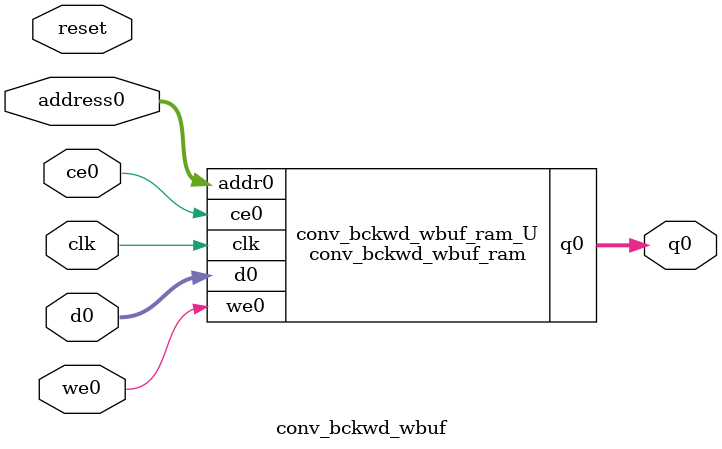
<source format=v>
`timescale 1 ns / 1 ps
module conv_bckwd_wbuf_ram (addr0, ce0, d0, we0, q0,  clk);

parameter DWIDTH = 32;
parameter AWIDTH = 12;
parameter MEM_SIZE = 2500;

input[AWIDTH-1:0] addr0;
input ce0;
input[DWIDTH-1:0] d0;
input we0;
output reg[DWIDTH-1:0] q0;
input clk;

reg [DWIDTH-1:0] ram[0:MEM_SIZE-1];




always @(posedge clk)  
begin 
    if (ce0) begin
        if (we0) 
            ram[addr0] <= d0; 
        q0 <= ram[addr0];
    end
end


endmodule

`timescale 1 ns / 1 ps
module conv_bckwd_wbuf(
    reset,
    clk,
    address0,
    ce0,
    we0,
    d0,
    q0);

parameter DataWidth = 32'd32;
parameter AddressRange = 32'd2500;
parameter AddressWidth = 32'd12;
input reset;
input clk;
input[AddressWidth - 1:0] address0;
input ce0;
input we0;
input[DataWidth - 1:0] d0;
output[DataWidth - 1:0] q0;



conv_bckwd_wbuf_ram conv_bckwd_wbuf_ram_U(
    .clk( clk ),
    .addr0( address0 ),
    .ce0( ce0 ),
    .we0( we0 ),
    .d0( d0 ),
    .q0( q0 ));

endmodule


</source>
